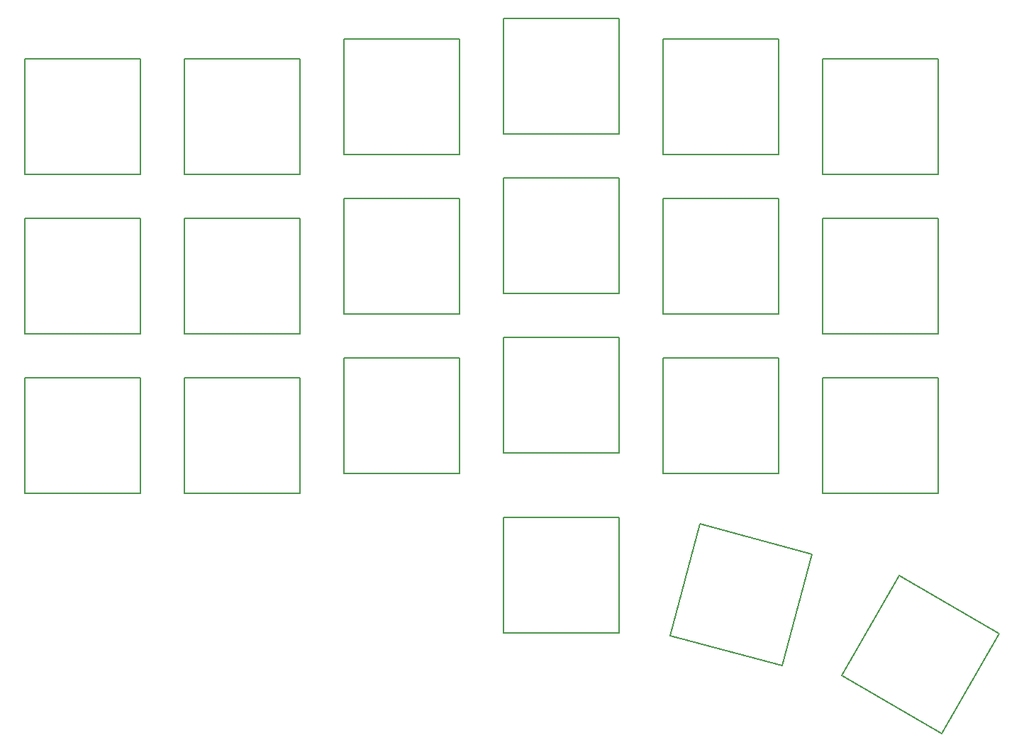
<source format=gbr>
G04 #@! TF.GenerationSoftware,KiCad,Pcbnew,8.0.4*
G04 #@! TF.CreationDate,2024-09-10T22:18:47+03:00*
G04 #@! TF.ProjectId,muikku42,6d75696b-6b75-4343-922e-6b696361645f,rev?*
G04 #@! TF.SameCoordinates,Original*
G04 #@! TF.FileFunction,Other,ECO2*
%FSLAX46Y46*%
G04 Gerber Fmt 4.6, Leading zero omitted, Abs format (unit mm)*
G04 Created by KiCad (PCBNEW 8.0.4) date 2024-09-10 22:18:47*
%MOMM*%
%LPD*%
G01*
G04 APERTURE LIST*
%ADD10C,0.150000*%
G04 APERTURE END LIST*
D10*
G04 #@! TO.C,S5*
X126450000Y-61668750D02*
X126450000Y-47868750D01*
X126450000Y-61668750D02*
X140250000Y-61668750D01*
X140250000Y-47868750D02*
X126450000Y-47868750D01*
X140250000Y-47868750D02*
X140250000Y-61668750D01*
G04 #@! TO.C,S11*
X126450000Y-80718750D02*
X126450000Y-66918750D01*
X126450000Y-80718750D02*
X140250000Y-80718750D01*
X140250000Y-66918750D02*
X126450000Y-66918750D01*
X140250000Y-66918750D02*
X140250000Y-80718750D01*
G04 #@! TO.C,S7*
X50250000Y-83100000D02*
X50250000Y-69300000D01*
X50250000Y-83100000D02*
X64050000Y-83100000D01*
X64050000Y-69300000D02*
X50250000Y-69300000D01*
X64050000Y-69300000D02*
X64050000Y-83100000D01*
G04 #@! TO.C,S15*
X88350000Y-99768750D02*
X88350000Y-85968750D01*
X88350000Y-99768750D02*
X102150000Y-99768750D01*
X102150000Y-85968750D02*
X88350000Y-85968750D01*
X102150000Y-85968750D02*
X102150000Y-99768750D01*
G04 #@! TO.C,S4*
X107400000Y-59287500D02*
X107400000Y-45487500D01*
X107400000Y-59287500D02*
X121200000Y-59287500D01*
X121200000Y-45487500D02*
X107400000Y-45487500D01*
X121200000Y-45487500D02*
X121200000Y-59287500D01*
G04 #@! TO.C,S18*
X145500000Y-102150000D02*
X145500000Y-88350000D01*
X145500000Y-102150000D02*
X159300000Y-102150000D01*
X159300000Y-88350000D02*
X145500000Y-88350000D01*
X159300000Y-88350000D02*
X159300000Y-102150000D01*
G04 #@! TO.C,S6*
X145500000Y-64050000D02*
X145500000Y-50250000D01*
X145500000Y-64050000D02*
X159300000Y-64050000D01*
X159300000Y-50250000D02*
X145500000Y-50250000D01*
X159300000Y-50250000D02*
X159300000Y-64050000D01*
G04 #@! TO.C,S17*
X126450000Y-99768750D02*
X126450000Y-85968750D01*
X126450000Y-99768750D02*
X140250000Y-99768750D01*
X140250000Y-85968750D02*
X126450000Y-85968750D01*
X140250000Y-85968750D02*
X140250000Y-99768750D01*
G04 #@! TO.C,S14*
X69300000Y-102150000D02*
X69300000Y-88350000D01*
X69300000Y-102150000D02*
X83100000Y-102150000D01*
X83100000Y-88350000D02*
X69300000Y-88350000D01*
X83100000Y-88350000D02*
X83100000Y-102150000D01*
G04 #@! TO.C,S8*
X69300000Y-83100000D02*
X69300000Y-69300000D01*
X69300000Y-83100000D02*
X83100000Y-83100000D01*
X83100000Y-69300000D02*
X69300000Y-69300000D01*
X83100000Y-69300000D02*
X83100000Y-83100000D01*
G04 #@! TO.C,S2*
X69300000Y-64050000D02*
X69300000Y-50250000D01*
X69300000Y-64050000D02*
X83100000Y-64050000D01*
X83100000Y-50250000D02*
X69300000Y-50250000D01*
X83100000Y-50250000D02*
X83100000Y-64050000D01*
G04 #@! TO.C,S16*
X107400000Y-97387500D02*
X107400000Y-83587500D01*
X107400000Y-97387500D02*
X121200000Y-97387500D01*
X121200000Y-83587500D02*
X107400000Y-83587500D01*
X121200000Y-83587500D02*
X121200000Y-97387500D01*
G04 #@! TO.C,S10*
X107400000Y-78337500D02*
X107400000Y-64537500D01*
X107400000Y-78337500D02*
X121200000Y-78337500D01*
X121200000Y-64537500D02*
X107400000Y-64537500D01*
X121200000Y-64537500D02*
X121200000Y-78337500D01*
G04 #@! TO.C,S12*
X145500000Y-83100000D02*
X145500000Y-69300000D01*
X145500000Y-83100000D02*
X159300000Y-83100000D01*
X159300000Y-69300000D02*
X145500000Y-69300000D01*
X159300000Y-69300000D02*
X159300000Y-83100000D01*
G04 #@! TO.C,S1*
X50250000Y-64050000D02*
X50250000Y-50250000D01*
X50250000Y-64050000D02*
X64050000Y-64050000D01*
X64050000Y-50250000D02*
X50250000Y-50250000D01*
X64050000Y-50250000D02*
X64050000Y-64050000D01*
G04 #@! TO.C,S3*
X88350000Y-61668750D02*
X88350000Y-47868750D01*
X88350000Y-61668750D02*
X102150000Y-61668750D01*
X102150000Y-47868750D02*
X88350000Y-47868750D01*
X102150000Y-47868750D02*
X102150000Y-61668750D01*
G04 #@! TO.C,S13*
X50250000Y-102150000D02*
X50250000Y-88350000D01*
X50250000Y-102150000D02*
X64050000Y-102150000D01*
X64050000Y-88350000D02*
X50250000Y-88350000D01*
X64050000Y-88350000D02*
X64050000Y-102150000D01*
G04 #@! TO.C,S19*
X107400000Y-118818750D02*
X107400000Y-105018750D01*
X107400000Y-118818750D02*
X121200000Y-118818750D01*
X121200000Y-105018750D02*
X107400000Y-105018750D01*
X121200000Y-105018750D02*
X121200000Y-118818750D01*
G04 #@! TO.C,S21*
X147736925Y-123969325D02*
X154636925Y-112018175D01*
X147736925Y-123969325D02*
X159688075Y-130869325D01*
X166588075Y-118918175D02*
X154636925Y-112018175D01*
X166588075Y-118918175D02*
X159688075Y-130869325D01*
G04 #@! TO.C,S20*
X127280510Y-119179037D02*
X130852213Y-105849260D01*
X127280510Y-119179037D02*
X140610287Y-122750740D01*
X144181990Y-109420963D02*
X130852213Y-105849260D01*
X144181990Y-109420963D02*
X140610287Y-122750740D01*
G04 #@! TO.C,S9*
X88350000Y-80718750D02*
X88350000Y-66918750D01*
X88350000Y-80718750D02*
X102150000Y-80718750D01*
X102150000Y-66918750D02*
X88350000Y-66918750D01*
X102150000Y-66918750D02*
X102150000Y-80718750D01*
G04 #@! TD*
M02*

</source>
